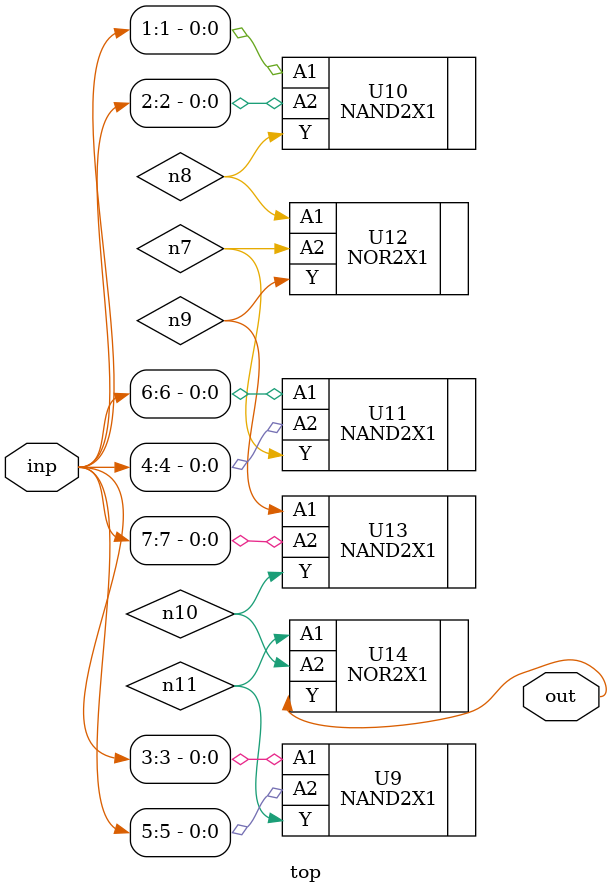
<source format=sv>


module top ( inp, out );
  input [7:0] inp;
  output out;
  wire   n7, n8, n9, n10, n11;

  NAND2X1 U9 ( .A1(inp[3]), .A2(inp[5]), .Y(n11) );
  NAND2X1 U10 ( .A1(inp[1]), .A2(inp[2]), .Y(n8) );
  NAND2X1 U11 ( .A1(inp[6]), .A2(inp[4]), .Y(n7) );
  NOR2X1 U12 ( .A1(n8), .A2(n7), .Y(n9) );
  NAND2X1 U13 ( .A1(n9), .A2(inp[7]), .Y(n10) );
  NOR2X1 U14 ( .A1(n11), .A2(n10), .Y(out) );
endmodule


</source>
